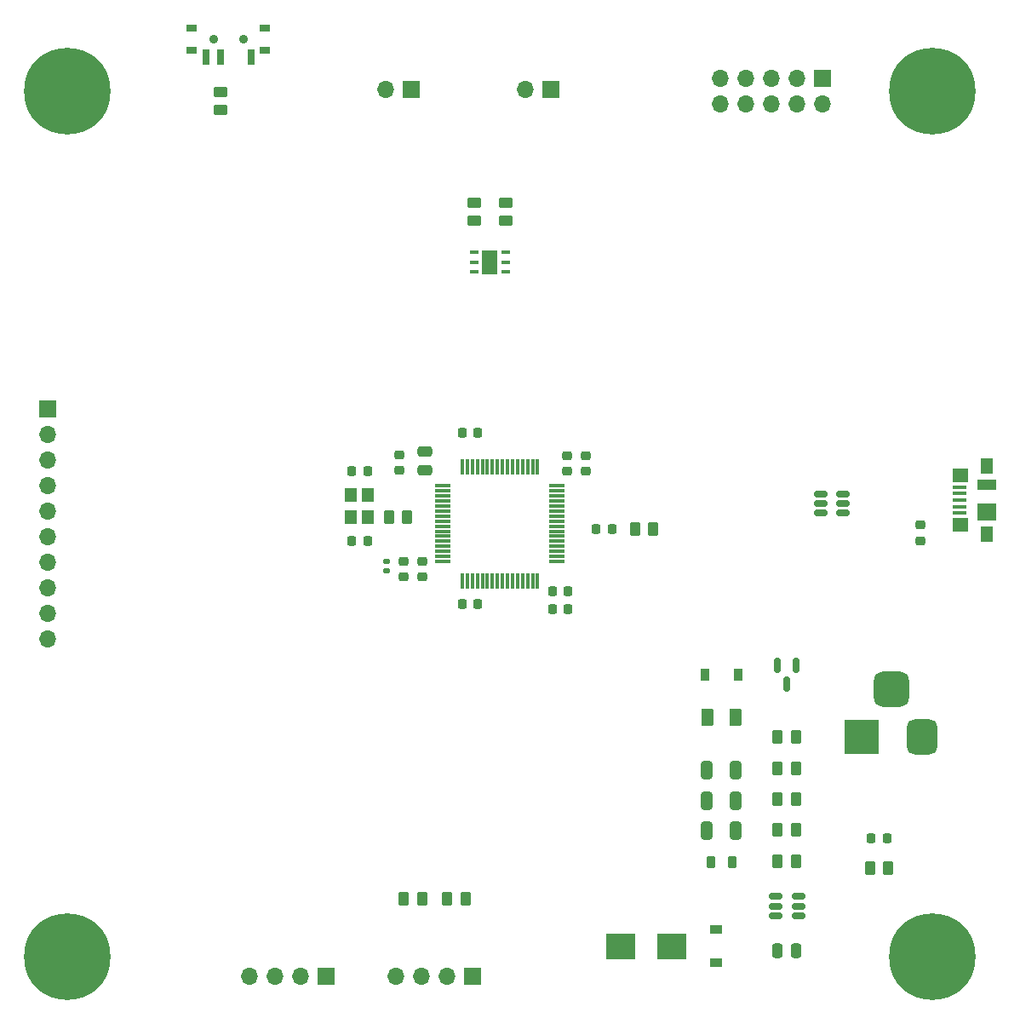
<source format=gbr>
%TF.GenerationSoftware,KiCad,Pcbnew,(6.0.11)*%
%TF.CreationDate,2023-04-03T14:35:14+03:00*%
%TF.ProjectId,STM32Custom,53544d33-3243-4757-9374-6f6d2e6b6963,rev?*%
%TF.SameCoordinates,Original*%
%TF.FileFunction,Soldermask,Top*%
%TF.FilePolarity,Negative*%
%FSLAX46Y46*%
G04 Gerber Fmt 4.6, Leading zero omitted, Abs format (unit mm)*
G04 Created by KiCad (PCBNEW (6.0.11)) date 2023-04-03 14:35:14*
%MOMM*%
%LPD*%
G01*
G04 APERTURE LIST*
G04 Aperture macros list*
%AMRoundRect*
0 Rectangle with rounded corners*
0 $1 Rounding radius*
0 $2 $3 $4 $5 $6 $7 $8 $9 X,Y pos of 4 corners*
0 Add a 4 corners polygon primitive as box body*
4,1,4,$2,$3,$4,$5,$6,$7,$8,$9,$2,$3,0*
0 Add four circle primitives for the rounded corners*
1,1,$1+$1,$2,$3*
1,1,$1+$1,$4,$5*
1,1,$1+$1,$6,$7*
1,1,$1+$1,$8,$9*
0 Add four rect primitives between the rounded corners*
20,1,$1+$1,$2,$3,$4,$5,0*
20,1,$1+$1,$4,$5,$6,$7,0*
20,1,$1+$1,$6,$7,$8,$9,0*
20,1,$1+$1,$8,$9,$2,$3,0*%
G04 Aperture macros list end*
%ADD10R,1.700000X1.700000*%
%ADD11O,1.700000X1.700000*%
%ADD12RoundRect,0.250000X0.262500X0.450000X-0.262500X0.450000X-0.262500X-0.450000X0.262500X-0.450000X0*%
%ADD13RoundRect,0.218750X0.218750X0.256250X-0.218750X0.256250X-0.218750X-0.256250X0.218750X-0.256250X0*%
%ADD14RoundRect,0.250000X-0.450000X0.262500X-0.450000X-0.262500X0.450000X-0.262500X0.450000X0.262500X0*%
%ADD15R,1.200000X1.400000*%
%ADD16RoundRect,0.250000X0.475000X-0.250000X0.475000X0.250000X-0.475000X0.250000X-0.475000X-0.250000X0*%
%ADD17RoundRect,0.225000X-0.225000X-0.250000X0.225000X-0.250000X0.225000X0.250000X-0.225000X0.250000X0*%
%ADD18R,2.900000X2.500000*%
%ADD19RoundRect,0.150000X0.512500X0.150000X-0.512500X0.150000X-0.512500X-0.150000X0.512500X-0.150000X0*%
%ADD20RoundRect,0.225000X0.250000X-0.225000X0.250000X0.225000X-0.250000X0.225000X-0.250000X-0.225000X0*%
%ADD21RoundRect,0.250000X-0.262500X-0.450000X0.262500X-0.450000X0.262500X0.450000X-0.262500X0.450000X0*%
%ADD22R,3.500000X3.500000*%
%ADD23RoundRect,0.750000X0.750000X1.000000X-0.750000X1.000000X-0.750000X-1.000000X0.750000X-1.000000X0*%
%ADD24RoundRect,0.875000X0.875000X0.875000X-0.875000X0.875000X-0.875000X-0.875000X0.875000X-0.875000X0*%
%ADD25RoundRect,0.147500X0.172500X-0.147500X0.172500X0.147500X-0.172500X0.147500X-0.172500X-0.147500X0*%
%ADD26RoundRect,0.225000X0.225000X0.250000X-0.225000X0.250000X-0.225000X-0.250000X0.225000X-0.250000X0*%
%ADD27C,0.900000*%
%ADD28C,8.600000*%
%ADD29R,0.900000X1.200000*%
%ADD30R,1.000000X0.800000*%
%ADD31R,0.700000X1.500000*%
%ADD32R,1.200000X0.900000*%
%ADD33R,0.900000X0.400000*%
%ADD34R,1.500000X2.400000*%
%ADD35RoundRect,0.150000X-0.150000X0.587500X-0.150000X-0.587500X0.150000X-0.587500X0.150000X0.587500X0*%
%ADD36RoundRect,0.075000X-0.700000X-0.075000X0.700000X-0.075000X0.700000X0.075000X-0.700000X0.075000X0*%
%ADD37RoundRect,0.075000X-0.075000X-0.700000X0.075000X-0.700000X0.075000X0.700000X-0.075000X0.700000X0*%
%ADD38RoundRect,0.250000X0.325000X0.650000X-0.325000X0.650000X-0.325000X-0.650000X0.325000X-0.650000X0*%
%ADD39RoundRect,0.225000X-0.250000X0.225000X-0.250000X-0.225000X0.250000X-0.225000X0.250000X0.225000X0*%
%ADD40R,1.380000X0.450000*%
%ADD41R,1.300000X1.650000*%
%ADD42R,1.550000X1.425000*%
%ADD43R,1.900000X1.800000*%
%ADD44R,1.900000X1.000000*%
%ADD45RoundRect,0.250000X-0.250000X-0.475000X0.250000X-0.475000X0.250000X0.475000X-0.250000X0.475000X0*%
%ADD46RoundRect,0.250000X-0.375000X-0.625000X0.375000X-0.625000X0.375000X0.625000X-0.375000X0.625000X0*%
%ADD47RoundRect,0.218750X0.218750X0.381250X-0.218750X0.381250X-0.218750X-0.381250X0.218750X-0.381250X0*%
G04 APERTURE END LIST*
D10*
%TO.C,J8*%
X126555000Y-35820000D03*
D11*
X124015000Y-35820000D03*
%TD*%
D10*
%TO.C,J7*%
X112645000Y-35820000D03*
D11*
X110105000Y-35820000D03*
%TD*%
D12*
%TO.C,R12*%
X118050000Y-116250000D03*
X116225000Y-116250000D03*
%TD*%
D13*
%TO.C,D2*%
X159981500Y-110242000D03*
X158406500Y-110242000D03*
%TD*%
D14*
%TO.C,R8*%
X122025000Y-47087500D03*
X122025000Y-48912500D03*
%TD*%
D15*
%TO.C,Y1*%
X106675000Y-76150000D03*
X106675000Y-78350000D03*
X108375000Y-78350000D03*
X108375000Y-76150000D03*
%TD*%
D16*
%TO.C,C5*%
X113975000Y-73700000D03*
X113975000Y-71800000D03*
%TD*%
D17*
%TO.C,C13*%
X126700000Y-87500000D03*
X128250000Y-87500000D03*
%TD*%
D18*
%TO.C,L1*%
X138550000Y-121000000D03*
X133450000Y-121000000D03*
%TD*%
D14*
%TO.C,R9*%
X118925000Y-47087500D03*
X118925000Y-48912500D03*
%TD*%
D19*
%TO.C,U1*%
X151137500Y-117950000D03*
X151137500Y-117000000D03*
X151137500Y-116050000D03*
X148862500Y-116050000D03*
X148862500Y-117000000D03*
X148862500Y-117950000D03*
%TD*%
D20*
%TO.C,C14*%
X129975000Y-73775000D03*
X129975000Y-72225000D03*
%TD*%
D21*
%TO.C,R11*%
X111900000Y-116250000D03*
X113725000Y-116250000D03*
%TD*%
D17*
%TO.C,C7*%
X126700000Y-85700000D03*
X128250000Y-85700000D03*
%TD*%
D12*
%TO.C,R6*%
X150912500Y-109451250D03*
X149087500Y-109451250D03*
%TD*%
D22*
%TO.C,J1*%
X157425000Y-100157500D03*
D23*
X163425000Y-100157500D03*
D24*
X160425000Y-95457500D03*
%TD*%
D14*
%TO.C,R10*%
X93725000Y-36087500D03*
X93725000Y-37912500D03*
%TD*%
D19*
%TO.C,U4*%
X155612500Y-77950000D03*
X155612500Y-77000000D03*
X155612500Y-76050000D03*
X153337500Y-76050000D03*
X153337500Y-77000000D03*
X153337500Y-77950000D03*
%TD*%
D25*
%TO.C,L2*%
X110235000Y-83695000D03*
X110235000Y-82725000D03*
%TD*%
D17*
%TO.C,C16*%
X106750000Y-73760000D03*
X108300000Y-73760000D03*
%TD*%
D26*
%TO.C,C6*%
X119250000Y-87000000D03*
X117700000Y-87000000D03*
%TD*%
D10*
%TO.C,J2*%
X153550000Y-34725000D03*
D11*
X153550000Y-37265000D03*
X151010000Y-34725000D03*
X151010000Y-37265000D03*
X148470000Y-34725000D03*
X148470000Y-37265000D03*
X145930000Y-34725000D03*
X145930000Y-37265000D03*
X143390000Y-34725000D03*
X143390000Y-37265000D03*
%TD*%
D13*
%TO.C,D4*%
X132605000Y-79535000D03*
X131030000Y-79535000D03*
%TD*%
D21*
%TO.C,R2*%
X149062500Y-112530000D03*
X150887500Y-112530000D03*
%TD*%
D27*
%TO.C,H3*%
X167700000Y-122000000D03*
D28*
X164475000Y-122000000D03*
D27*
X164475000Y-125225000D03*
X162194581Y-124280419D03*
X166755419Y-119719581D03*
X166755419Y-124280419D03*
X161250000Y-122000000D03*
X164475000Y-118775000D03*
X162194581Y-119719581D03*
%TD*%
D21*
%TO.C,R4*%
X158281500Y-113242000D03*
X160106500Y-113242000D03*
%TD*%
D10*
%TO.C,J4*%
X118775000Y-124000000D03*
D11*
X116235000Y-124000000D03*
X113695000Y-124000000D03*
X111155000Y-124000000D03*
%TD*%
D29*
%TO.C,D1*%
X145125000Y-94000000D03*
X141825000Y-94000000D03*
%TD*%
D30*
%TO.C,SW1*%
X90825000Y-29770000D03*
D27*
X95975000Y-30870000D03*
D30*
X98125000Y-31980000D03*
X98125000Y-29770000D03*
X90825000Y-31980000D03*
D27*
X92975000Y-30870000D03*
D31*
X96725000Y-32630000D03*
X93725000Y-32630000D03*
X92225000Y-32630000D03*
%TD*%
D32*
%TO.C,D3*%
X143000000Y-119350000D03*
X143000000Y-122650000D03*
%TD*%
D26*
%TO.C,C17*%
X108300000Y-80740000D03*
X106750000Y-80740000D03*
%TD*%
D33*
%TO.C,U3*%
X118925000Y-52050000D03*
X118925000Y-53000000D03*
X118925000Y-53950000D03*
X122025000Y-53950000D03*
X122025000Y-53000000D03*
X122025000Y-52050000D03*
D34*
X120475000Y-53000000D03*
%TD*%
D20*
%TO.C,C8*%
X128175000Y-73775000D03*
X128175000Y-72225000D03*
%TD*%
D35*
%TO.C,Q1*%
X150950000Y-93062500D03*
X149050000Y-93062500D03*
X150000000Y-94937500D03*
%TD*%
D36*
%TO.C,U2*%
X115800000Y-75250000D03*
X115800000Y-75750000D03*
X115800000Y-76250000D03*
X115800000Y-76750000D03*
X115800000Y-77250000D03*
X115800000Y-77750000D03*
X115800000Y-78250000D03*
X115800000Y-78750000D03*
X115800000Y-79250000D03*
X115800000Y-79750000D03*
X115800000Y-80250000D03*
X115800000Y-80750000D03*
X115800000Y-81250000D03*
X115800000Y-81750000D03*
X115800000Y-82250000D03*
X115800000Y-82750000D03*
D37*
X117725000Y-84675000D03*
X118225000Y-84675000D03*
X118725000Y-84675000D03*
X119225000Y-84675000D03*
X119725000Y-84675000D03*
X120225000Y-84675000D03*
X120725000Y-84675000D03*
X121225000Y-84675000D03*
X121725000Y-84675000D03*
X122225000Y-84675000D03*
X122725000Y-84675000D03*
X123225000Y-84675000D03*
X123725000Y-84675000D03*
X124225000Y-84675000D03*
X124725000Y-84675000D03*
X125225000Y-84675000D03*
D36*
X127150000Y-82750000D03*
X127150000Y-82250000D03*
X127150000Y-81750000D03*
X127150000Y-81250000D03*
X127150000Y-80750000D03*
X127150000Y-80250000D03*
X127150000Y-79750000D03*
X127150000Y-79250000D03*
X127150000Y-78750000D03*
X127150000Y-78250000D03*
X127150000Y-77750000D03*
X127150000Y-77250000D03*
X127150000Y-76750000D03*
X127150000Y-76250000D03*
X127150000Y-75750000D03*
X127150000Y-75250000D03*
D37*
X125225000Y-73325000D03*
X124725000Y-73325000D03*
X124225000Y-73325000D03*
X123725000Y-73325000D03*
X123225000Y-73325000D03*
X122725000Y-73325000D03*
X122225000Y-73325000D03*
X121725000Y-73325000D03*
X121225000Y-73325000D03*
X120725000Y-73325000D03*
X120225000Y-73325000D03*
X119725000Y-73325000D03*
X119225000Y-73325000D03*
X118725000Y-73325000D03*
X118225000Y-73325000D03*
X117725000Y-73325000D03*
%TD*%
D28*
%TO.C,H1*%
X78475000Y-122000000D03*
D27*
X80755419Y-119719581D03*
X81700000Y-122000000D03*
X76194581Y-124280419D03*
X78475000Y-125225000D03*
X76194581Y-119719581D03*
X78475000Y-118775000D03*
X80755419Y-124280419D03*
X75250000Y-122000000D03*
%TD*%
D21*
%TO.C,R5*%
X149087500Y-100215000D03*
X150912500Y-100215000D03*
%TD*%
%TO.C,R1*%
X149087500Y-106372500D03*
X150912500Y-106372500D03*
%TD*%
D38*
%TO.C,C2*%
X144950000Y-109500000D03*
X142000000Y-109500000D03*
%TD*%
D39*
%TO.C,C15*%
X163275000Y-79150000D03*
X163275000Y-80700000D03*
%TD*%
D12*
%TO.C,R13*%
X112237500Y-78350000D03*
X110412500Y-78350000D03*
%TD*%
D39*
%TO.C,C12*%
X113725000Y-82725000D03*
X113725000Y-84275000D03*
%TD*%
%TO.C,C11*%
X111850000Y-82725000D03*
X111850000Y-84275000D03*
%TD*%
D38*
%TO.C,C3*%
X144950000Y-106500000D03*
X142000000Y-106500000D03*
%TD*%
%TO.C,C4*%
X144950000Y-103500000D03*
X142000000Y-103500000D03*
%TD*%
D40*
%TO.C,J5*%
X167215000Y-77950000D03*
X167215000Y-77300000D03*
X167215000Y-76650000D03*
X167215000Y-76000000D03*
X167215000Y-75350000D03*
D41*
X169875000Y-73275000D03*
D42*
X167300000Y-79137500D03*
D41*
X169875000Y-80025000D03*
D43*
X169875000Y-77800000D03*
D42*
X167300000Y-74162500D03*
D44*
X169875000Y-75100000D03*
%TD*%
D45*
%TO.C,C1*%
X149047504Y-121430000D03*
X150947504Y-121430000D03*
%TD*%
D46*
%TO.C,F1*%
X142075000Y-98250000D03*
X144875000Y-98250000D03*
%TD*%
D47*
%TO.C,FB1*%
X144537500Y-112600000D03*
X142412500Y-112600000D03*
%TD*%
D27*
%TO.C,H2*%
X161250000Y-36000000D03*
X166755419Y-38280419D03*
X164475000Y-32775000D03*
X166755419Y-33719581D03*
D28*
X164475000Y-36000000D03*
D27*
X167700000Y-36000000D03*
X164475000Y-39225000D03*
X162194581Y-38280419D03*
X162194581Y-33719581D03*
%TD*%
%TO.C,H4*%
X78475000Y-39225000D03*
X76194581Y-33719581D03*
X78475000Y-32775000D03*
X75250000Y-36000000D03*
X80755419Y-38280419D03*
X81700000Y-36000000D03*
X80755419Y-33719581D03*
D28*
X78475000Y-36000000D03*
D27*
X76194581Y-38280419D03*
%TD*%
D10*
%TO.C,J6*%
X76475000Y-67575000D03*
D11*
X76475000Y-70115000D03*
X76475000Y-72655000D03*
X76475000Y-75195000D03*
X76475000Y-77735000D03*
X76475000Y-80275000D03*
X76475000Y-82815000D03*
X76475000Y-85355000D03*
X76475000Y-87895000D03*
X76475000Y-90435000D03*
%TD*%
D12*
%TO.C,R7*%
X136730000Y-79535000D03*
X134905000Y-79535000D03*
%TD*%
D10*
%TO.C,J3*%
X104220000Y-124000000D03*
D11*
X101680000Y-124000000D03*
X99140000Y-124000000D03*
X96600000Y-124000000D03*
%TD*%
D12*
%TO.C,R3*%
X150912500Y-103293750D03*
X149087500Y-103293750D03*
%TD*%
D20*
%TO.C,C10*%
X111465000Y-73700000D03*
X111465000Y-72150000D03*
%TD*%
D17*
%TO.C,C9*%
X117700000Y-70000000D03*
X119250000Y-70000000D03*
%TD*%
M02*

</source>
